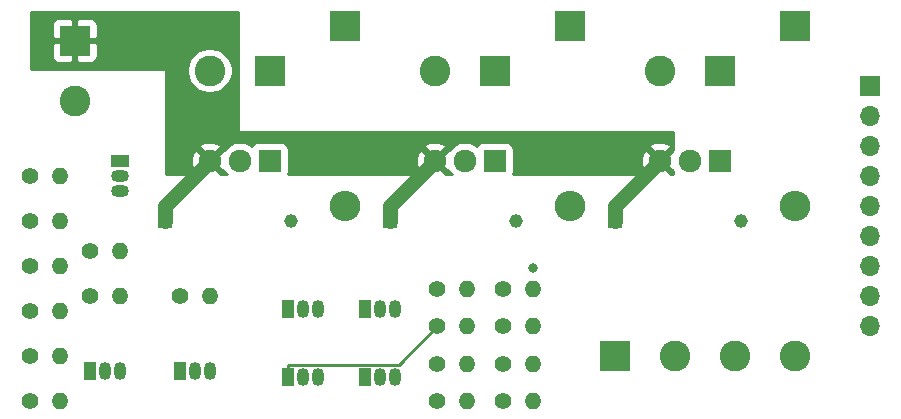
<source format=gbr>
%TF.GenerationSoftware,KiCad,Pcbnew,(5.1.9)-1*%
%TF.CreationDate,2021-10-09T19:01:39-07:00*%
%TF.ProjectId,HVAC Moisture Recovery system,48564143-204d-46f6-9973-747572652052,rev?*%
%TF.SameCoordinates,Original*%
%TF.FileFunction,Copper,L1,Top*%
%TF.FilePolarity,Positive*%
%FSLAX46Y46*%
G04 Gerber Fmt 4.6, Leading zero omitted, Abs format (unit mm)*
G04 Created by KiCad (PCBNEW (5.1.9)-1) date 2021-10-09 19:01:39*
%MOMM*%
%LPD*%
G01*
G04 APERTURE LIST*
%TA.AperFunction,ComponentPad*%
%ADD10C,1.150000*%
%TD*%
%TA.AperFunction,ComponentPad*%
%ADD11R,1.150000X1.150000*%
%TD*%
%TA.AperFunction,ComponentPad*%
%ADD12C,1.920000*%
%TD*%
%TA.AperFunction,ComponentPad*%
%ADD13R,1.920000X1.920000*%
%TD*%
%TA.AperFunction,ComponentPad*%
%ADD14C,2.600000*%
%TD*%
%TA.AperFunction,ComponentPad*%
%ADD15R,2.600000X2.600000*%
%TD*%
%TA.AperFunction,ComponentPad*%
%ADD16O,1.700000X1.700000*%
%TD*%
%TA.AperFunction,ComponentPad*%
%ADD17R,1.700000X1.700000*%
%TD*%
%TA.AperFunction,ComponentPad*%
%ADD18O,1.400000X1.400000*%
%TD*%
%TA.AperFunction,ComponentPad*%
%ADD19C,1.400000*%
%TD*%
%TA.AperFunction,ComponentPad*%
%ADD20R,1.050000X1.500000*%
%TD*%
%TA.AperFunction,ComponentPad*%
%ADD21O,1.050000X1.500000*%
%TD*%
%TA.AperFunction,ComponentPad*%
%ADD22R,1.500000X1.050000*%
%TD*%
%TA.AperFunction,ComponentPad*%
%ADD23O,1.500000X1.050000*%
%TD*%
%TA.AperFunction,ComponentPad*%
%ADD24O,2.600000X2.600000*%
%TD*%
%TA.AperFunction,ViaPad*%
%ADD25C,0.800000*%
%TD*%
%TA.AperFunction,Conductor*%
%ADD26C,1.270000*%
%TD*%
%TA.AperFunction,Conductor*%
%ADD27C,0.250000*%
%TD*%
%TA.AperFunction,Conductor*%
%ADD28C,0.254000*%
%TD*%
%TA.AperFunction,Conductor*%
%ADD29C,0.100000*%
%TD*%
G04 APERTURE END LIST*
D10*
%TO.P,Z3,2*%
%TO.N,Net-(Q6-Pad1)*%
X146590000Y-133350000D03*
D11*
%TO.P,Z3,1*%
%TO.N,+VDC*%
X135890000Y-133350000D03*
%TD*%
D10*
%TO.P,Z2,2*%
%TO.N,Net-(Q4-Pad1)*%
X127540000Y-133350000D03*
D11*
%TO.P,Z2,1*%
%TO.N,+VDC*%
X116840000Y-133350000D03*
%TD*%
D10*
%TO.P,Z1,2*%
%TO.N,Net-(Q2-Pad1)*%
X108490000Y-133350000D03*
D11*
%TO.P,Z1,1*%
%TO.N,+VDC*%
X97790000Y-133350000D03*
%TD*%
D12*
%TO.P,Q6,3*%
%TO.N,+VDC*%
X139700000Y-128270000D03*
%TO.P,Q6,2*%
%TO.N,Net-(D3-Pad1)*%
X142240000Y-128270000D03*
D13*
%TO.P,Q6,1*%
%TO.N,Net-(Q6-Pad1)*%
X144780000Y-128270000D03*
%TD*%
D12*
%TO.P,Q4,3*%
%TO.N,+VDC*%
X120650000Y-128270000D03*
%TO.P,Q4,2*%
%TO.N,Net-(D2-Pad1)*%
X123190000Y-128270000D03*
D13*
%TO.P,Q4,1*%
%TO.N,Net-(Q4-Pad1)*%
X125730000Y-128270000D03*
%TD*%
D12*
%TO.P,Q2,3*%
%TO.N,+VDC*%
X101600000Y-128270000D03*
%TO.P,Q2,2*%
%TO.N,Net-(D1-Pad1)*%
X104140000Y-128270000D03*
D13*
%TO.P,Q2,1*%
%TO.N,Net-(Q2-Pad1)*%
X106680000Y-128270000D03*
%TD*%
D14*
%TO.P,J2,2*%
%TO.N,GND*%
X90170000Y-123190000D03*
D15*
%TO.P,J2,1*%
%TO.N,+VDC*%
X90170000Y-118110000D03*
%TD*%
D16*
%TO.P,J4,9*%
%TO.N,GND*%
X157480000Y-142240000D03*
%TO.P,J4,8*%
%TO.N,VBUS*%
X157480000Y-139700000D03*
%TO.P,J4,7*%
%TO.N,/Tank Level Sensors/TTL4-4*%
X157480000Y-137160000D03*
%TO.P,J4,6*%
%TO.N,/Tank Level Sensors/TTL3-4*%
X157480000Y-134620000D03*
%TO.P,J4,5*%
%TO.N,/Tank Level Sensors/TTL1-2*%
X157480000Y-132080000D03*
%TO.P,J4,4*%
%TO.N,/Tank Level Sensors/TTL1-4*%
X157480000Y-129540000D03*
%TO.P,J4,3*%
%TO.N,Net-(J4-Pad3)*%
X157480000Y-127000000D03*
%TO.P,J4,2*%
%TO.N,Net-(J4-Pad2)*%
X157480000Y-124460000D03*
D17*
%TO.P,J4,1*%
%TO.N,Net-(J4-Pad1)*%
X157480000Y-121920000D03*
%TD*%
D14*
%TO.P,J1,4*%
%TO.N,/Tank Level Sensors/VIN4-4*%
X151130000Y-144780000D03*
%TO.P,J1,3*%
%TO.N,/Tank Level Sensors/VIN3-4*%
X146050000Y-144780000D03*
%TO.P,J1,2*%
%TO.N,/Tank Level Sensors/VIN1-2*%
X140970000Y-144780000D03*
D15*
%TO.P,J1,1*%
%TO.N,/Tank Level Sensors/VIN1-4*%
X135890000Y-144780000D03*
%TD*%
D18*
%TO.P,R17,2*%
%TO.N,GND*%
X129000000Y-148610000D03*
D19*
%TO.P,R17,1*%
%TO.N,/Tank Level Sensors/TTL4-4*%
X126460000Y-148610000D03*
%TD*%
D18*
%TO.P,R16,2*%
%TO.N,GND*%
X129000000Y-145460000D03*
D19*
%TO.P,R16,1*%
%TO.N,/Tank Level Sensors/VIN4-4*%
X126460000Y-145460000D03*
%TD*%
D18*
%TO.P,R15,2*%
%TO.N,GND*%
X123410000Y-148610000D03*
D19*
%TO.P,R15,1*%
%TO.N,/Tank Level Sensors/TTL3-4*%
X120870000Y-148610000D03*
%TD*%
D18*
%TO.P,R14,2*%
%TO.N,GND*%
X129000000Y-142310000D03*
D19*
%TO.P,R14,1*%
%TO.N,/Tank Level Sensors/VIN3-4*%
X126460000Y-142310000D03*
%TD*%
D18*
%TO.P,R13,2*%
%TO.N,GND*%
X123410000Y-145460000D03*
D19*
%TO.P,R13,1*%
%TO.N,/Tank Level Sensors/TTL1-2*%
X120870000Y-145460000D03*
%TD*%
D18*
%TO.P,R12,2*%
%TO.N,GND*%
X129000000Y-139160000D03*
D19*
%TO.P,R12,1*%
%TO.N,/Tank Level Sensors/VIN1-2*%
X126460000Y-139160000D03*
%TD*%
D18*
%TO.P,R11,2*%
%TO.N,GND*%
X123410000Y-142310000D03*
D19*
%TO.P,R11,1*%
%TO.N,/Tank Level Sensors/TTL1-4*%
X120870000Y-142310000D03*
%TD*%
D18*
%TO.P,R10,2*%
%TO.N,GND*%
X123410000Y-139160000D03*
D19*
%TO.P,R10,1*%
%TO.N,/Tank Level Sensors/VIN1-4*%
X120870000Y-139160000D03*
%TD*%
D18*
%TO.P,R9,2*%
%TO.N,Net-(Q5-Pad3)*%
X88900000Y-148590000D03*
D19*
%TO.P,R9,1*%
%TO.N,Net-(Q6-Pad1)*%
X86360000Y-148590000D03*
%TD*%
D18*
%TO.P,R8,2*%
%TO.N,Net-(Q6-Pad1)*%
X88900000Y-144780000D03*
D19*
%TO.P,R8,1*%
%TO.N,+VDC*%
X86360000Y-144780000D03*
%TD*%
D18*
%TO.P,R7,2*%
%TO.N,GND*%
X88900000Y-140970000D03*
D19*
%TO.P,R7,1*%
%TO.N,Net-(J4-Pad1)*%
X86360000Y-140970000D03*
%TD*%
D18*
%TO.P,R6,2*%
%TO.N,Net-(Q3-Pad3)*%
X101600000Y-139700000D03*
D19*
%TO.P,R6,1*%
%TO.N,Net-(Q4-Pad1)*%
X99060000Y-139700000D03*
%TD*%
D18*
%TO.P,R5,2*%
%TO.N,Net-(Q4-Pad1)*%
X93980000Y-139700000D03*
D19*
%TO.P,R5,1*%
%TO.N,+VDC*%
X91440000Y-139700000D03*
%TD*%
D18*
%TO.P,R4,2*%
%TO.N,GND*%
X93980000Y-135890000D03*
D19*
%TO.P,R4,1*%
%TO.N,Net-(J4-Pad2)*%
X91440000Y-135890000D03*
%TD*%
D18*
%TO.P,R3,2*%
%TO.N,Net-(Q1-Pad3)*%
X88900000Y-137160000D03*
D19*
%TO.P,R3,1*%
%TO.N,Net-(Q2-Pad1)*%
X86360000Y-137160000D03*
%TD*%
D18*
%TO.P,R2,2*%
%TO.N,Net-(Q2-Pad1)*%
X88900000Y-133350000D03*
D19*
%TO.P,R2,1*%
%TO.N,+VDC*%
X86360000Y-133350000D03*
%TD*%
D18*
%TO.P,R1,2*%
%TO.N,GND*%
X88900000Y-129540000D03*
D19*
%TO.P,R1,1*%
%TO.N,Net-(J4-Pad3)*%
X86360000Y-129540000D03*
%TD*%
D20*
%TO.P,Q10,1*%
%TO.N,/Tank Level Sensors/TTL4-4*%
X114770000Y-140840000D03*
D21*
%TO.P,Q10,3*%
%TO.N,VBUS*%
X117310000Y-140840000D03*
%TO.P,Q10,2*%
%TO.N,/Tank Level Sensors/VIN4-4*%
X116040000Y-140840000D03*
%TD*%
D20*
%TO.P,Q9,1*%
%TO.N,/Tank Level Sensors/TTL3-4*%
X114770000Y-146630000D03*
D21*
%TO.P,Q9,3*%
%TO.N,VBUS*%
X117310000Y-146630000D03*
%TO.P,Q9,2*%
%TO.N,/Tank Level Sensors/VIN3-4*%
X116040000Y-146630000D03*
%TD*%
D20*
%TO.P,Q8,1*%
%TO.N,/Tank Level Sensors/TTL1-2*%
X108260000Y-140840000D03*
D21*
%TO.P,Q8,3*%
%TO.N,VBUS*%
X110800000Y-140840000D03*
%TO.P,Q8,2*%
%TO.N,/Tank Level Sensors/VIN1-2*%
X109530000Y-140840000D03*
%TD*%
D20*
%TO.P,Q7,1*%
%TO.N,/Tank Level Sensors/TTL1-4*%
X108260000Y-146630000D03*
D21*
%TO.P,Q7,3*%
%TO.N,VBUS*%
X110800000Y-146630000D03*
%TO.P,Q7,2*%
%TO.N,/Tank Level Sensors/VIN1-4*%
X109530000Y-146630000D03*
%TD*%
D20*
%TO.P,Q5,1*%
%TO.N,GND*%
X91440000Y-146050000D03*
D21*
%TO.P,Q5,3*%
%TO.N,Net-(Q5-Pad3)*%
X93980000Y-146050000D03*
%TO.P,Q5,2*%
%TO.N,Net-(J4-Pad1)*%
X92710000Y-146050000D03*
%TD*%
D20*
%TO.P,Q3,1*%
%TO.N,GND*%
X99060000Y-146050000D03*
D21*
%TO.P,Q3,3*%
%TO.N,Net-(Q3-Pad3)*%
X101600000Y-146050000D03*
%TO.P,Q3,2*%
%TO.N,Net-(J4-Pad2)*%
X100330000Y-146050000D03*
%TD*%
D22*
%TO.P,Q1,1*%
%TO.N,GND*%
X93980000Y-128270000D03*
D23*
%TO.P,Q1,3*%
%TO.N,Net-(Q1-Pad3)*%
X93980000Y-130810000D03*
%TO.P,Q1,2*%
%TO.N,Net-(J4-Pad3)*%
X93980000Y-129540000D03*
%TD*%
D14*
%TO.P,J6,2*%
%TO.N,GND*%
X139700000Y-120650000D03*
D15*
%TO.P,J6,1*%
%TO.N,Net-(D3-Pad1)*%
X144780000Y-120650000D03*
%TD*%
D14*
%TO.P,J5,2*%
%TO.N,GND*%
X120650000Y-120650000D03*
D15*
%TO.P,J5,1*%
%TO.N,Net-(D2-Pad1)*%
X125730000Y-120650000D03*
%TD*%
D14*
%TO.P,J3,2*%
%TO.N,GND*%
X101600000Y-120650000D03*
D15*
%TO.P,J3,1*%
%TO.N,Net-(D1-Pad1)*%
X106680000Y-120650000D03*
%TD*%
D24*
%TO.P,D3,2*%
%TO.N,GND*%
X151130000Y-132080000D03*
D15*
%TO.P,D3,1*%
%TO.N,Net-(D3-Pad1)*%
X151130000Y-116840000D03*
%TD*%
D24*
%TO.P,D2,2*%
%TO.N,GND*%
X132080000Y-132080000D03*
D15*
%TO.P,D2,1*%
%TO.N,Net-(D2-Pad1)*%
X132080000Y-116840000D03*
%TD*%
D24*
%TO.P,D1,2*%
%TO.N,GND*%
X113030000Y-132080000D03*
D15*
%TO.P,D1,1*%
%TO.N,Net-(D1-Pad1)*%
X113030000Y-116840000D03*
%TD*%
D25*
%TO.N,GND*%
X129000000Y-137346600D03*
%TD*%
D26*
%TO.N,+VDC*%
X97790000Y-133350000D02*
X97790000Y-132080000D01*
X97790000Y-132080000D02*
X101600000Y-128270000D01*
X135890000Y-133350000D02*
X135890000Y-132080000D01*
X135890000Y-132080000D02*
X139700000Y-128270000D01*
X116840000Y-133350000D02*
X116840000Y-132080000D01*
X116840000Y-132080000D02*
X120650000Y-128270000D01*
D27*
%TO.N,/Tank Level Sensors/TTL1-4*%
X108260000Y-146630000D02*
X108260000Y-145554700D01*
X108260000Y-145554700D02*
X117625300Y-145554700D01*
X117625300Y-145554700D02*
X120870000Y-142310000D01*
%TD*%
D28*
%TO.N,+VDC*%
X104013000Y-125730000D02*
X104015440Y-125754776D01*
X104022667Y-125778601D01*
X104034403Y-125800557D01*
X104050197Y-125819803D01*
X104069443Y-125835597D01*
X104091399Y-125847333D01*
X104115224Y-125854560D01*
X104140000Y-125857000D01*
X140843000Y-125857000D01*
X140843000Y-127355336D01*
X140806885Y-127342720D01*
X139879605Y-128270000D01*
X140806885Y-129197280D01*
X140843000Y-129184664D01*
X140843000Y-129413000D01*
X140614664Y-129413000D01*
X140627280Y-129376885D01*
X139700000Y-128449605D01*
X138772720Y-129376885D01*
X138785336Y-129413000D01*
X127298061Y-129413000D01*
X127315812Y-129354482D01*
X127328072Y-129230000D01*
X127328072Y-128334178D01*
X138098568Y-128334178D01*
X138141860Y-128645368D01*
X138245030Y-128942134D01*
X138332803Y-129106347D01*
X138593115Y-129197280D01*
X139520395Y-128270000D01*
X138593115Y-127342720D01*
X138332803Y-127433653D01*
X138195910Y-127716451D01*
X138116818Y-128020521D01*
X138098568Y-128334178D01*
X127328072Y-128334178D01*
X127328072Y-127310000D01*
X127315812Y-127185518D01*
X127309017Y-127163115D01*
X138772720Y-127163115D01*
X139700000Y-128090395D01*
X140627280Y-127163115D01*
X140536347Y-126902803D01*
X140253549Y-126765910D01*
X139949479Y-126686818D01*
X139635822Y-126668568D01*
X139324632Y-126711860D01*
X139027866Y-126815030D01*
X138863653Y-126902803D01*
X138772720Y-127163115D01*
X127309017Y-127163115D01*
X127279502Y-127065820D01*
X127220537Y-126955506D01*
X127141185Y-126858815D01*
X127044494Y-126779463D01*
X126934180Y-126720498D01*
X126814482Y-126684188D01*
X126690000Y-126671928D01*
X124770000Y-126671928D01*
X124645518Y-126684188D01*
X124525820Y-126720498D01*
X124415506Y-126779463D01*
X124318815Y-126858815D01*
X124239463Y-126955506D01*
X124201089Y-127027297D01*
X123945516Y-126856529D01*
X123655244Y-126736294D01*
X123347094Y-126675000D01*
X123032906Y-126675000D01*
X122724756Y-126736294D01*
X122434484Y-126856529D01*
X122173246Y-127031082D01*
X121951082Y-127253246D01*
X121865861Y-127380788D01*
X121756885Y-127342720D01*
X120829605Y-128270000D01*
X121756885Y-129197280D01*
X121865861Y-129159212D01*
X121951082Y-129286754D01*
X122077328Y-129413000D01*
X121564664Y-129413000D01*
X121577280Y-129376885D01*
X120650000Y-128449605D01*
X119722720Y-129376885D01*
X119735336Y-129413000D01*
X108248061Y-129413000D01*
X108265812Y-129354482D01*
X108278072Y-129230000D01*
X108278072Y-128334178D01*
X119048568Y-128334178D01*
X119091860Y-128645368D01*
X119195030Y-128942134D01*
X119282803Y-129106347D01*
X119543115Y-129197280D01*
X120470395Y-128270000D01*
X119543115Y-127342720D01*
X119282803Y-127433653D01*
X119145910Y-127716451D01*
X119066818Y-128020521D01*
X119048568Y-128334178D01*
X108278072Y-128334178D01*
X108278072Y-127310000D01*
X108265812Y-127185518D01*
X108259017Y-127163115D01*
X119722720Y-127163115D01*
X120650000Y-128090395D01*
X121577280Y-127163115D01*
X121486347Y-126902803D01*
X121203549Y-126765910D01*
X120899479Y-126686818D01*
X120585822Y-126668568D01*
X120274632Y-126711860D01*
X119977866Y-126815030D01*
X119813653Y-126902803D01*
X119722720Y-127163115D01*
X108259017Y-127163115D01*
X108229502Y-127065820D01*
X108170537Y-126955506D01*
X108091185Y-126858815D01*
X107994494Y-126779463D01*
X107884180Y-126720498D01*
X107764482Y-126684188D01*
X107640000Y-126671928D01*
X105720000Y-126671928D01*
X105595518Y-126684188D01*
X105475820Y-126720498D01*
X105365506Y-126779463D01*
X105268815Y-126858815D01*
X105189463Y-126955506D01*
X105151089Y-127027297D01*
X104895516Y-126856529D01*
X104605244Y-126736294D01*
X104297094Y-126675000D01*
X103982906Y-126675000D01*
X103674756Y-126736294D01*
X103384484Y-126856529D01*
X103123246Y-127031082D01*
X102901082Y-127253246D01*
X102815861Y-127380788D01*
X102706885Y-127342720D01*
X101779605Y-128270000D01*
X102706885Y-129197280D01*
X102815861Y-129159212D01*
X102901082Y-129286754D01*
X103027328Y-129413000D01*
X102514664Y-129413000D01*
X102527280Y-129376885D01*
X101600000Y-128449605D01*
X100672720Y-129376885D01*
X100685336Y-129413000D01*
X97917000Y-129413000D01*
X97917000Y-128334178D01*
X99998568Y-128334178D01*
X100041860Y-128645368D01*
X100145030Y-128942134D01*
X100232803Y-129106347D01*
X100493115Y-129197280D01*
X101420395Y-128270000D01*
X100493115Y-127342720D01*
X100232803Y-127433653D01*
X100095910Y-127716451D01*
X100016818Y-128020521D01*
X99998568Y-128334178D01*
X97917000Y-128334178D01*
X97917000Y-127163115D01*
X100672720Y-127163115D01*
X101600000Y-128090395D01*
X102527280Y-127163115D01*
X102436347Y-126902803D01*
X102153549Y-126765910D01*
X101849479Y-126686818D01*
X101535822Y-126668568D01*
X101224632Y-126711860D01*
X100927866Y-126815030D01*
X100763653Y-126902803D01*
X100672720Y-127163115D01*
X97917000Y-127163115D01*
X97917000Y-120650000D01*
X97914560Y-120625224D01*
X97907333Y-120601399D01*
X97895597Y-120579443D01*
X97879803Y-120560197D01*
X97860557Y-120544403D01*
X97838601Y-120532667D01*
X97814776Y-120525440D01*
X97790000Y-120523000D01*
X86487000Y-120523000D01*
X86487000Y-120459419D01*
X99665000Y-120459419D01*
X99665000Y-120840581D01*
X99739361Y-121214419D01*
X99885225Y-121566566D01*
X100096987Y-121883491D01*
X100366509Y-122153013D01*
X100683434Y-122364775D01*
X101035581Y-122510639D01*
X101409419Y-122585000D01*
X101790581Y-122585000D01*
X102164419Y-122510639D01*
X102516566Y-122364775D01*
X102833491Y-122153013D01*
X103103013Y-121883491D01*
X103314775Y-121566566D01*
X103460639Y-121214419D01*
X103535000Y-120840581D01*
X103535000Y-120459419D01*
X103460639Y-120085581D01*
X103314775Y-119733434D01*
X103103013Y-119416509D01*
X102833491Y-119146987D01*
X102516566Y-118935225D01*
X102164419Y-118789361D01*
X101790581Y-118715000D01*
X101409419Y-118715000D01*
X101035581Y-118789361D01*
X100683434Y-118935225D01*
X100366509Y-119146987D01*
X100096987Y-119416509D01*
X99885225Y-119733434D01*
X99739361Y-120085581D01*
X99665000Y-120459419D01*
X86487000Y-120459419D01*
X86487000Y-119410000D01*
X88231928Y-119410000D01*
X88244188Y-119534482D01*
X88280498Y-119654180D01*
X88339463Y-119764494D01*
X88418815Y-119861185D01*
X88515506Y-119940537D01*
X88625820Y-119999502D01*
X88745518Y-120035812D01*
X88870000Y-120048072D01*
X89884250Y-120045000D01*
X90043000Y-119886250D01*
X90043000Y-118237000D01*
X90297000Y-118237000D01*
X90297000Y-119886250D01*
X90455750Y-120045000D01*
X91470000Y-120048072D01*
X91594482Y-120035812D01*
X91714180Y-119999502D01*
X91824494Y-119940537D01*
X91921185Y-119861185D01*
X92000537Y-119764494D01*
X92059502Y-119654180D01*
X92095812Y-119534482D01*
X92108072Y-119410000D01*
X92105000Y-118395750D01*
X91946250Y-118237000D01*
X90297000Y-118237000D01*
X90043000Y-118237000D01*
X88393750Y-118237000D01*
X88235000Y-118395750D01*
X88231928Y-119410000D01*
X86487000Y-119410000D01*
X86487000Y-116810000D01*
X88231928Y-116810000D01*
X88235000Y-117824250D01*
X88393750Y-117983000D01*
X90043000Y-117983000D01*
X90043000Y-116333750D01*
X90297000Y-116333750D01*
X90297000Y-117983000D01*
X91946250Y-117983000D01*
X92105000Y-117824250D01*
X92108072Y-116810000D01*
X92095812Y-116685518D01*
X92059502Y-116565820D01*
X92000537Y-116455506D01*
X91921185Y-116358815D01*
X91824494Y-116279463D01*
X91714180Y-116220498D01*
X91594482Y-116184188D01*
X91470000Y-116171928D01*
X90455750Y-116175000D01*
X90297000Y-116333750D01*
X90043000Y-116333750D01*
X89884250Y-116175000D01*
X88870000Y-116171928D01*
X88745518Y-116184188D01*
X88625820Y-116220498D01*
X88515506Y-116279463D01*
X88418815Y-116358815D01*
X88339463Y-116455506D01*
X88280498Y-116565820D01*
X88244188Y-116685518D01*
X88231928Y-116810000D01*
X86487000Y-116810000D01*
X86487000Y-115697000D01*
X104013000Y-115697000D01*
X104013000Y-125730000D01*
%TA.AperFunction,Conductor*%
D29*
G36*
X104013000Y-125730000D02*
G01*
X104015440Y-125754776D01*
X104022667Y-125778601D01*
X104034403Y-125800557D01*
X104050197Y-125819803D01*
X104069443Y-125835597D01*
X104091399Y-125847333D01*
X104115224Y-125854560D01*
X104140000Y-125857000D01*
X140843000Y-125857000D01*
X140843000Y-127355336D01*
X140806885Y-127342720D01*
X139879605Y-128270000D01*
X140806885Y-129197280D01*
X140843000Y-129184664D01*
X140843000Y-129413000D01*
X140614664Y-129413000D01*
X140627280Y-129376885D01*
X139700000Y-128449605D01*
X138772720Y-129376885D01*
X138785336Y-129413000D01*
X127298061Y-129413000D01*
X127315812Y-129354482D01*
X127328072Y-129230000D01*
X127328072Y-128334178D01*
X138098568Y-128334178D01*
X138141860Y-128645368D01*
X138245030Y-128942134D01*
X138332803Y-129106347D01*
X138593115Y-129197280D01*
X139520395Y-128270000D01*
X138593115Y-127342720D01*
X138332803Y-127433653D01*
X138195910Y-127716451D01*
X138116818Y-128020521D01*
X138098568Y-128334178D01*
X127328072Y-128334178D01*
X127328072Y-127310000D01*
X127315812Y-127185518D01*
X127309017Y-127163115D01*
X138772720Y-127163115D01*
X139700000Y-128090395D01*
X140627280Y-127163115D01*
X140536347Y-126902803D01*
X140253549Y-126765910D01*
X139949479Y-126686818D01*
X139635822Y-126668568D01*
X139324632Y-126711860D01*
X139027866Y-126815030D01*
X138863653Y-126902803D01*
X138772720Y-127163115D01*
X127309017Y-127163115D01*
X127279502Y-127065820D01*
X127220537Y-126955506D01*
X127141185Y-126858815D01*
X127044494Y-126779463D01*
X126934180Y-126720498D01*
X126814482Y-126684188D01*
X126690000Y-126671928D01*
X124770000Y-126671928D01*
X124645518Y-126684188D01*
X124525820Y-126720498D01*
X124415506Y-126779463D01*
X124318815Y-126858815D01*
X124239463Y-126955506D01*
X124201089Y-127027297D01*
X123945516Y-126856529D01*
X123655244Y-126736294D01*
X123347094Y-126675000D01*
X123032906Y-126675000D01*
X122724756Y-126736294D01*
X122434484Y-126856529D01*
X122173246Y-127031082D01*
X121951082Y-127253246D01*
X121865861Y-127380788D01*
X121756885Y-127342720D01*
X120829605Y-128270000D01*
X121756885Y-129197280D01*
X121865861Y-129159212D01*
X121951082Y-129286754D01*
X122077328Y-129413000D01*
X121564664Y-129413000D01*
X121577280Y-129376885D01*
X120650000Y-128449605D01*
X119722720Y-129376885D01*
X119735336Y-129413000D01*
X108248061Y-129413000D01*
X108265812Y-129354482D01*
X108278072Y-129230000D01*
X108278072Y-128334178D01*
X119048568Y-128334178D01*
X119091860Y-128645368D01*
X119195030Y-128942134D01*
X119282803Y-129106347D01*
X119543115Y-129197280D01*
X120470395Y-128270000D01*
X119543115Y-127342720D01*
X119282803Y-127433653D01*
X119145910Y-127716451D01*
X119066818Y-128020521D01*
X119048568Y-128334178D01*
X108278072Y-128334178D01*
X108278072Y-127310000D01*
X108265812Y-127185518D01*
X108259017Y-127163115D01*
X119722720Y-127163115D01*
X120650000Y-128090395D01*
X121577280Y-127163115D01*
X121486347Y-126902803D01*
X121203549Y-126765910D01*
X120899479Y-126686818D01*
X120585822Y-126668568D01*
X120274632Y-126711860D01*
X119977866Y-126815030D01*
X119813653Y-126902803D01*
X119722720Y-127163115D01*
X108259017Y-127163115D01*
X108229502Y-127065820D01*
X108170537Y-126955506D01*
X108091185Y-126858815D01*
X107994494Y-126779463D01*
X107884180Y-126720498D01*
X107764482Y-126684188D01*
X107640000Y-126671928D01*
X105720000Y-126671928D01*
X105595518Y-126684188D01*
X105475820Y-126720498D01*
X105365506Y-126779463D01*
X105268815Y-126858815D01*
X105189463Y-126955506D01*
X105151089Y-127027297D01*
X104895516Y-126856529D01*
X104605244Y-126736294D01*
X104297094Y-126675000D01*
X103982906Y-126675000D01*
X103674756Y-126736294D01*
X103384484Y-126856529D01*
X103123246Y-127031082D01*
X102901082Y-127253246D01*
X102815861Y-127380788D01*
X102706885Y-127342720D01*
X101779605Y-128270000D01*
X102706885Y-129197280D01*
X102815861Y-129159212D01*
X102901082Y-129286754D01*
X103027328Y-129413000D01*
X102514664Y-129413000D01*
X102527280Y-129376885D01*
X101600000Y-128449605D01*
X100672720Y-129376885D01*
X100685336Y-129413000D01*
X97917000Y-129413000D01*
X97917000Y-128334178D01*
X99998568Y-128334178D01*
X100041860Y-128645368D01*
X100145030Y-128942134D01*
X100232803Y-129106347D01*
X100493115Y-129197280D01*
X101420395Y-128270000D01*
X100493115Y-127342720D01*
X100232803Y-127433653D01*
X100095910Y-127716451D01*
X100016818Y-128020521D01*
X99998568Y-128334178D01*
X97917000Y-128334178D01*
X97917000Y-127163115D01*
X100672720Y-127163115D01*
X101600000Y-128090395D01*
X102527280Y-127163115D01*
X102436347Y-126902803D01*
X102153549Y-126765910D01*
X101849479Y-126686818D01*
X101535822Y-126668568D01*
X101224632Y-126711860D01*
X100927866Y-126815030D01*
X100763653Y-126902803D01*
X100672720Y-127163115D01*
X97917000Y-127163115D01*
X97917000Y-120650000D01*
X97914560Y-120625224D01*
X97907333Y-120601399D01*
X97895597Y-120579443D01*
X97879803Y-120560197D01*
X97860557Y-120544403D01*
X97838601Y-120532667D01*
X97814776Y-120525440D01*
X97790000Y-120523000D01*
X86487000Y-120523000D01*
X86487000Y-120459419D01*
X99665000Y-120459419D01*
X99665000Y-120840581D01*
X99739361Y-121214419D01*
X99885225Y-121566566D01*
X100096987Y-121883491D01*
X100366509Y-122153013D01*
X100683434Y-122364775D01*
X101035581Y-122510639D01*
X101409419Y-122585000D01*
X101790581Y-122585000D01*
X102164419Y-122510639D01*
X102516566Y-122364775D01*
X102833491Y-122153013D01*
X103103013Y-121883491D01*
X103314775Y-121566566D01*
X103460639Y-121214419D01*
X103535000Y-120840581D01*
X103535000Y-120459419D01*
X103460639Y-120085581D01*
X103314775Y-119733434D01*
X103103013Y-119416509D01*
X102833491Y-119146987D01*
X102516566Y-118935225D01*
X102164419Y-118789361D01*
X101790581Y-118715000D01*
X101409419Y-118715000D01*
X101035581Y-118789361D01*
X100683434Y-118935225D01*
X100366509Y-119146987D01*
X100096987Y-119416509D01*
X99885225Y-119733434D01*
X99739361Y-120085581D01*
X99665000Y-120459419D01*
X86487000Y-120459419D01*
X86487000Y-119410000D01*
X88231928Y-119410000D01*
X88244188Y-119534482D01*
X88280498Y-119654180D01*
X88339463Y-119764494D01*
X88418815Y-119861185D01*
X88515506Y-119940537D01*
X88625820Y-119999502D01*
X88745518Y-120035812D01*
X88870000Y-120048072D01*
X89884250Y-120045000D01*
X90043000Y-119886250D01*
X90043000Y-118237000D01*
X90297000Y-118237000D01*
X90297000Y-119886250D01*
X90455750Y-120045000D01*
X91470000Y-120048072D01*
X91594482Y-120035812D01*
X91714180Y-119999502D01*
X91824494Y-119940537D01*
X91921185Y-119861185D01*
X92000537Y-119764494D01*
X92059502Y-119654180D01*
X92095812Y-119534482D01*
X92108072Y-119410000D01*
X92105000Y-118395750D01*
X91946250Y-118237000D01*
X90297000Y-118237000D01*
X90043000Y-118237000D01*
X88393750Y-118237000D01*
X88235000Y-118395750D01*
X88231928Y-119410000D01*
X86487000Y-119410000D01*
X86487000Y-116810000D01*
X88231928Y-116810000D01*
X88235000Y-117824250D01*
X88393750Y-117983000D01*
X90043000Y-117983000D01*
X90043000Y-116333750D01*
X90297000Y-116333750D01*
X90297000Y-117983000D01*
X91946250Y-117983000D01*
X92105000Y-117824250D01*
X92108072Y-116810000D01*
X92095812Y-116685518D01*
X92059502Y-116565820D01*
X92000537Y-116455506D01*
X91921185Y-116358815D01*
X91824494Y-116279463D01*
X91714180Y-116220498D01*
X91594482Y-116184188D01*
X91470000Y-116171928D01*
X90455750Y-116175000D01*
X90297000Y-116333750D01*
X90043000Y-116333750D01*
X89884250Y-116175000D01*
X88870000Y-116171928D01*
X88745518Y-116184188D01*
X88625820Y-116220498D01*
X88515506Y-116279463D01*
X88418815Y-116358815D01*
X88339463Y-116455506D01*
X88280498Y-116565820D01*
X88244188Y-116685518D01*
X88231928Y-116810000D01*
X86487000Y-116810000D01*
X86487000Y-115697000D01*
X104013000Y-115697000D01*
X104013000Y-125730000D01*
G37*
%TD.AperFunction*%
%TD*%
M02*

</source>
